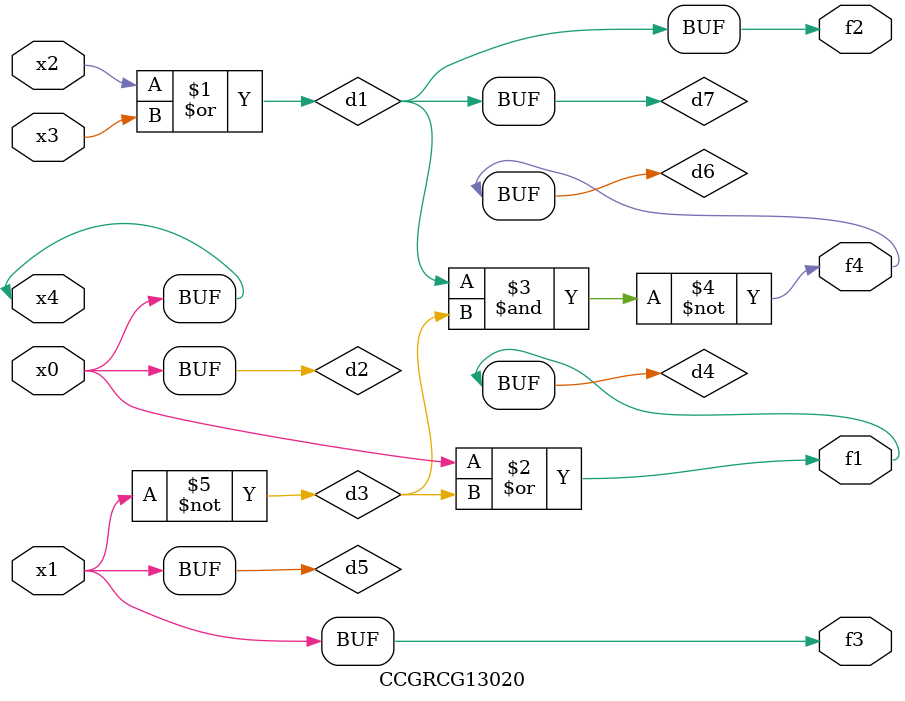
<source format=v>
module CCGRCG13020(
	input x0, x1, x2, x3, x4,
	output f1, f2, f3, f4
);

	wire d1, d2, d3, d4, d5, d6, d7;

	or (d1, x2, x3);
	buf (d2, x0, x4);
	not (d3, x1);
	or (d4, d2, d3);
	not (d5, d3);
	nand (d6, d1, d3);
	or (d7, d1);
	assign f1 = d4;
	assign f2 = d7;
	assign f3 = d5;
	assign f4 = d6;
endmodule

</source>
